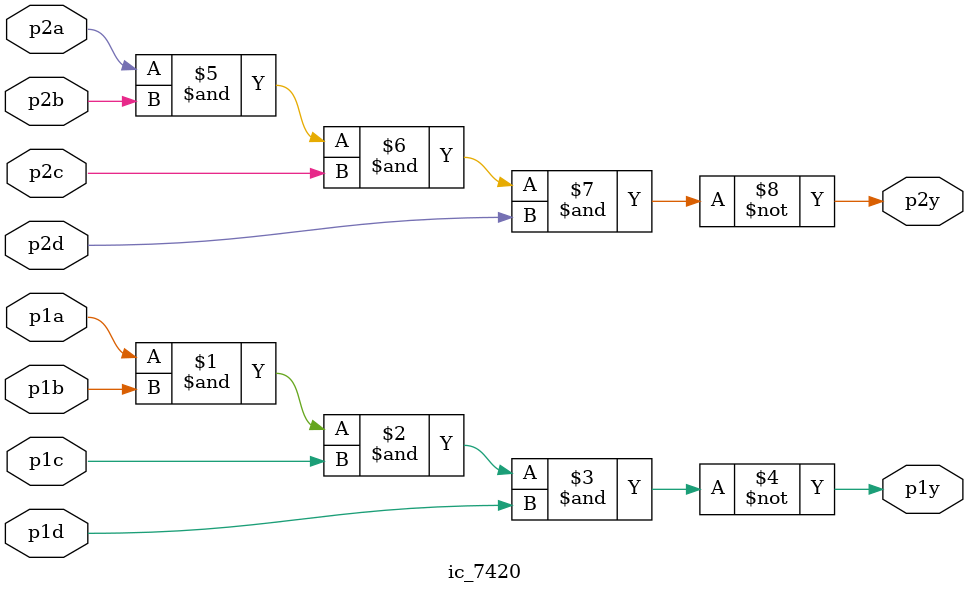
<source format=v>
module ic_7420 ( 
    input p1a, p1b, p1c, p1d,
    output p1y,
    input p2a, p2b, p2c, p2d,
    output p2y );
	
    assign p1y = ~(p1a&p1b&p1c&p1d);
    assign p2y = ~(p2a&p2b&p2c&p2d);

endmodule

</source>
